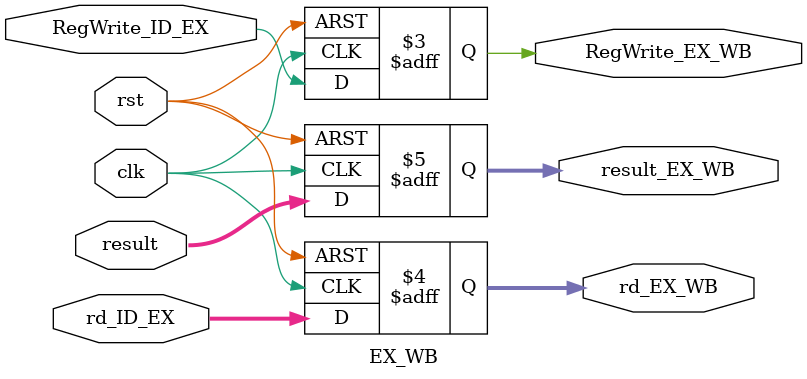
<source format=v>
`timescale 1ns / 1ps


module EX_WB(
input clk,rst,RegWrite_ID_EX,
input [4:0] rd_ID_EX,
input [31:0] result,
output reg RegWrite_EX_WB,
output reg [4:0] rd_EX_WB,
output reg [31:0] result_EX_WB
);

always @(posedge clk,negedge rst)
begin
    if(!rst)
        begin
            RegWrite_EX_WB <= 1'd0;
            rd_EX_WB <= 5'd0;
            result_EX_WB <= 32'd0;
        end
    else
        begin
            RegWrite_EX_WB <= RegWrite_ID_EX;
            rd_EX_WB <= rd_ID_EX;
            result_EX_WB <= result;
        end
end

endmodule

</source>
